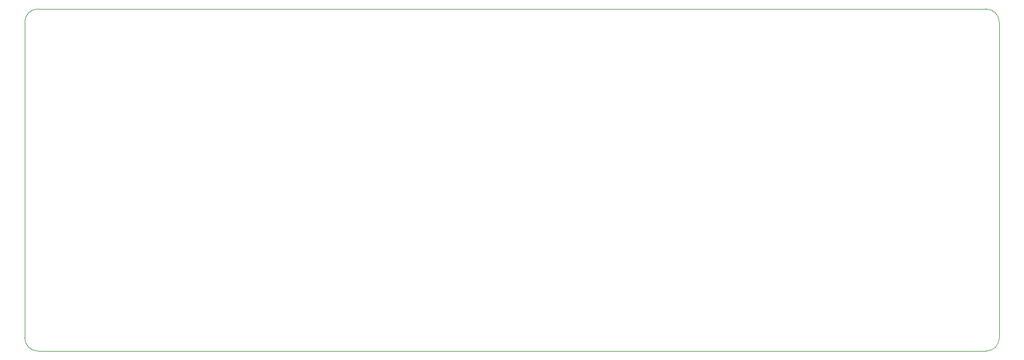
<source format=gbr>
%TF.GenerationSoftware,KiCad,Pcbnew,7.0.9*%
%TF.CreationDate,2024-12-03T23:44:49-05:00*%
%TF.ProjectId,tiny-keeb,74696e79-2d6b-4656-9562-2e6b69636164,rev?*%
%TF.SameCoordinates,Original*%
%TF.FileFunction,Profile,NP*%
%FSLAX46Y46*%
G04 Gerber Fmt 4.6, Leading zero omitted, Abs format (unit mm)*
G04 Created by KiCad (PCBNEW 7.0.9) date 2024-12-03 23:44:49*
%MOMM*%
%LPD*%
G01*
G04 APERTURE LIST*
%TA.AperFunction,Profile*%
%ADD10C,0.100000*%
%TD*%
G04 APERTURE END LIST*
D10*
X164371000Y-99513000D02*
X21871000Y-99513000D01*
X166371000Y-50013000D02*
X166371000Y-97513000D01*
X21871000Y-48013000D02*
X164371000Y-48013000D01*
X19871000Y-97513000D02*
X19871000Y-50013000D01*
X164371000Y-99513000D02*
G75*
G03*
X166371000Y-97513000I0J2000000D01*
G01*
X19871000Y-97513000D02*
G75*
G03*
X21871000Y-99513000I2000000J0D01*
G01*
X21871000Y-48013000D02*
G75*
G03*
X19871000Y-50013000I0J-2000000D01*
G01*
X166371000Y-50013000D02*
G75*
G03*
X164371000Y-48013000I-2000000J0D01*
G01*
M02*

</source>
